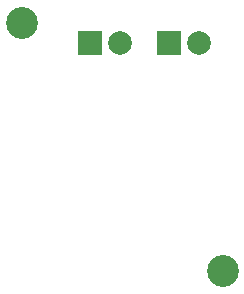
<source format=gbr>
%TF.GenerationSoftware,KiCad,Pcbnew,8.0.5*%
%TF.CreationDate,2024-09-12T13:34:15+03:00*%
%TF.ProjectId,Tactile Power Switch,54616374-696c-4652-9050-6f7765722053,rev?*%
%TF.SameCoordinates,Original*%
%TF.FileFunction,Soldermask,Bot*%
%TF.FilePolarity,Negative*%
%FSLAX46Y46*%
G04 Gerber Fmt 4.6, Leading zero omitted, Abs format (unit mm)*
G04 Created by KiCad (PCBNEW 8.0.5) date 2024-09-12 13:34:15*
%MOMM*%
%LPD*%
G01*
G04 APERTURE LIST*
%ADD10C,2.700000*%
%ADD11R,2.000000X2.000000*%
%ADD12C,2.000000*%
G04 APERTURE END LIST*
D10*
%TO.C,H1*%
X128500000Y-69500000D03*
%TD*%
%TO.C,H2*%
X111500000Y-48500000D03*
%TD*%
D11*
%TO.C,J2*%
X124000000Y-50150000D03*
D12*
X126540000Y-50150000D03*
%TD*%
D11*
%TO.C,J1*%
X117300000Y-50150000D03*
D12*
X119840000Y-50150000D03*
%TD*%
M02*

</source>
